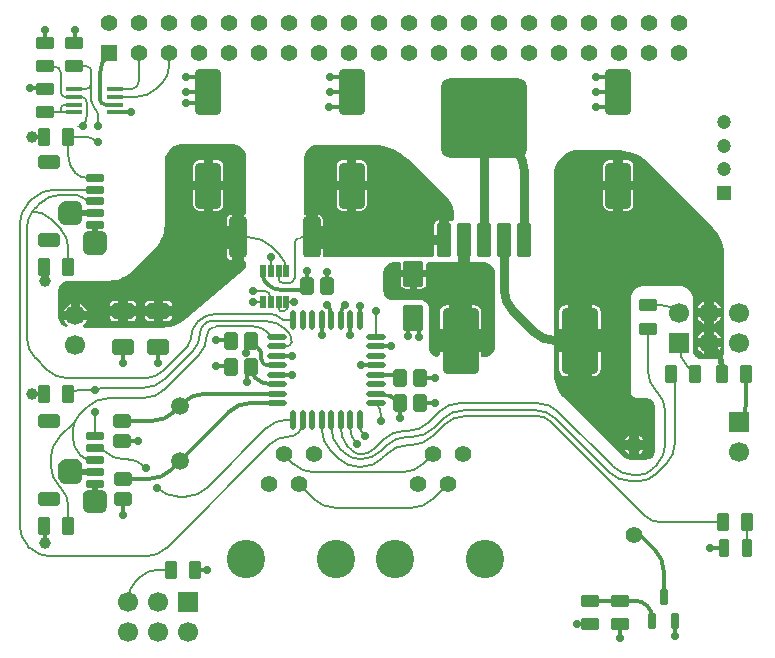
<source format=gtl>
G04 Layer_Physical_Order=1*
G04 Layer_Color=16776960*
%FSLAX43Y43*%
%MOMM*%
G71*
G01*
G75*
%ADD10C,0.300*%
%ADD11C,0.200*%
%ADD12C,0.200*%
%ADD13C,0.500*%
%ADD14C,0.750*%
%ADD15C,1.000*%
%ADD16C,0.300*%
G04:AMPARAMS|DCode=17|XSize=3.1mm|YSize=5.6mm|CornerRadius=0.388mm|HoleSize=0mm|Usage=FLASHONLY|Rotation=0.000|XOffset=0mm|YOffset=0mm|HoleType=Round|Shape=RoundedRectangle|*
%AMROUNDEDRECTD17*
21,1,3.100,4.825,0,0,0.0*
21,1,2.325,5.600,0,0,0.0*
1,1,0.775,1.163,-2.413*
1,1,0.775,-1.163,-2.413*
1,1,0.775,-1.163,2.413*
1,1,0.775,1.163,2.413*
%
%ADD17ROUNDEDRECTD17*%
G04:AMPARAMS|DCode=18|XSize=1.21mm|YSize=1.46mm|CornerRadius=0.151mm|HoleSize=0mm|Usage=FLASHONLY|Rotation=180.000|XOffset=0mm|YOffset=0mm|HoleType=Round|Shape=RoundedRectangle|*
%AMROUNDEDRECTD18*
21,1,1.210,1.157,0,0,180.0*
21,1,0.907,1.460,0,0,180.0*
1,1,0.302,-0.454,0.579*
1,1,0.302,0.454,0.579*
1,1,0.302,0.454,-0.579*
1,1,0.302,-0.454,-0.579*
%
%ADD18ROUNDEDRECTD18*%
G04:AMPARAMS|DCode=19|XSize=1.53mm|YSize=1.02mm|CornerRadius=0.128mm|HoleSize=0mm|Usage=FLASHONLY|Rotation=90.000|XOffset=0mm|YOffset=0mm|HoleType=Round|Shape=RoundedRectangle|*
%AMROUNDEDRECTD19*
21,1,1.530,0.765,0,0,90.0*
21,1,1.275,1.020,0,0,90.0*
1,1,0.255,0.383,0.637*
1,1,0.255,0.383,-0.637*
1,1,0.255,-0.383,-0.637*
1,1,0.255,-0.383,0.637*
%
%ADD19ROUNDEDRECTD19*%
G04:AMPARAMS|DCode=20|XSize=0.91mm|YSize=1.46mm|CornerRadius=0.114mm|HoleSize=0mm|Usage=FLASHONLY|Rotation=0.000|XOffset=0mm|YOffset=0mm|HoleType=Round|Shape=RoundedRectangle|*
%AMROUNDEDRECTD20*
21,1,0.910,1.232,0,0,0.0*
21,1,0.682,1.460,0,0,0.0*
1,1,0.228,0.341,-0.616*
1,1,0.228,-0.341,-0.616*
1,1,0.228,-0.341,0.616*
1,1,0.228,0.341,0.616*
%
%ADD20ROUNDEDRECTD20*%
G04:AMPARAMS|DCode=21|XSize=1.2mm|YSize=1.8mm|CornerRadius=0.15mm|HoleSize=0mm|Usage=FLASHONLY|Rotation=270.000|XOffset=0mm|YOffset=0mm|HoleType=Round|Shape=RoundedRectangle|*
%AMROUNDEDRECTD21*
21,1,1.200,1.500,0,0,270.0*
21,1,0.900,1.800,0,0,270.0*
1,1,0.300,-0.750,-0.450*
1,1,0.300,-0.750,0.450*
1,1,0.300,0.750,0.450*
1,1,0.300,0.750,-0.450*
%
%ADD21ROUNDEDRECTD21*%
G04:AMPARAMS|DCode=22|XSize=0.6mm|YSize=1.55mm|CornerRadius=0.075mm|HoleSize=0mm|Usage=FLASHONLY|Rotation=270.000|XOffset=0mm|YOffset=0mm|HoleType=Round|Shape=RoundedRectangle|*
%AMROUNDEDRECTD22*
21,1,0.600,1.400,0,0,270.0*
21,1,0.450,1.550,0,0,270.0*
1,1,0.150,-0.700,-0.225*
1,1,0.150,-0.700,0.225*
1,1,0.150,0.700,0.225*
1,1,0.150,0.700,-0.225*
%
%ADD22ROUNDEDRECTD22*%
G04:AMPARAMS|DCode=23|XSize=1.53mm|YSize=1.02mm|CornerRadius=0.128mm|HoleSize=0mm|Usage=FLASHONLY|Rotation=180.000|XOffset=0mm|YOffset=0mm|HoleType=Round|Shape=RoundedRectangle|*
%AMROUNDEDRECTD23*
21,1,1.530,0.765,0,0,180.0*
21,1,1.275,1.020,0,0,180.0*
1,1,0.255,-0.637,0.383*
1,1,0.255,0.637,0.383*
1,1,0.255,0.637,-0.383*
1,1,0.255,-0.637,-0.383*
%
%ADD23ROUNDEDRECTD23*%
G04:AMPARAMS|DCode=24|XSize=1.74mm|YSize=2.17mm|CornerRadius=0.217mm|HoleSize=0mm|Usage=FLASHONLY|Rotation=0.000|XOffset=0mm|YOffset=0mm|HoleType=Round|Shape=RoundedRectangle|*
%AMROUNDEDRECTD24*
21,1,1.740,1.735,0,0,0.0*
21,1,1.305,2.170,0,0,0.0*
1,1,0.435,0.652,-0.868*
1,1,0.435,-0.652,-0.868*
1,1,0.435,-0.652,0.868*
1,1,0.435,0.652,0.868*
%
%ADD24ROUNDEDRECTD24*%
G04:AMPARAMS|DCode=25|XSize=1.19mm|YSize=2.96mm|CornerRadius=0.149mm|HoleSize=0mm|Usage=FLASHONLY|Rotation=0.000|XOffset=0mm|YOffset=0mm|HoleType=Round|Shape=RoundedRectangle|*
%AMROUNDEDRECTD25*
21,1,1.190,2.663,0,0,0.0*
21,1,0.892,2.960,0,0,0.0*
1,1,0.297,0.446,-1.331*
1,1,0.297,-0.446,-1.331*
1,1,0.297,-0.446,1.331*
1,1,0.297,0.446,1.331*
%
%ADD25ROUNDEDRECTD25*%
G04:AMPARAMS|DCode=26|XSize=7.28mm|YSize=6.84mm|CornerRadius=0.855mm|HoleSize=0mm|Usage=FLASHONLY|Rotation=180.000|XOffset=0mm|YOffset=0mm|HoleType=Round|Shape=RoundedRectangle|*
%AMROUNDEDRECTD26*
21,1,7.280,5.130,0,0,180.0*
21,1,5.570,6.840,0,0,180.0*
1,1,1.710,-2.785,2.565*
1,1,1.710,2.785,2.565*
1,1,1.710,2.785,-2.565*
1,1,1.710,-2.785,-2.565*
%
%ADD26ROUNDEDRECTD26*%
G04:AMPARAMS|DCode=27|XSize=0.4mm|YSize=1.32mm|CornerRadius=0.05mm|HoleSize=0mm|Usage=FLASHONLY|Rotation=270.000|XOffset=0mm|YOffset=0mm|HoleType=Round|Shape=RoundedRectangle|*
%AMROUNDEDRECTD27*
21,1,0.400,1.220,0,0,270.0*
21,1,0.300,1.320,0,0,270.0*
1,1,0.100,-0.610,-0.150*
1,1,0.100,-0.610,0.150*
1,1,0.100,0.610,0.150*
1,1,0.100,0.610,-0.150*
%
%ADD27ROUNDEDRECTD27*%
G04:AMPARAMS|DCode=28|XSize=1.28mm|YSize=1.87mm|CornerRadius=0.16mm|HoleSize=0mm|Usage=FLASHONLY|Rotation=90.000|XOffset=0mm|YOffset=0mm|HoleType=Round|Shape=RoundedRectangle|*
%AMROUNDEDRECTD28*
21,1,1.280,1.550,0,0,90.0*
21,1,0.960,1.870,0,0,90.0*
1,1,0.320,0.775,0.480*
1,1,0.320,0.775,-0.480*
1,1,0.320,-0.775,-0.480*
1,1,0.320,-0.775,0.480*
%
%ADD28ROUNDEDRECTD28*%
G04:AMPARAMS|DCode=29|XSize=0.61mm|YSize=1.35mm|CornerRadius=0.076mm|HoleSize=0mm|Usage=FLASHONLY|Rotation=180.000|XOffset=0mm|YOffset=0mm|HoleType=Round|Shape=RoundedRectangle|*
%AMROUNDEDRECTD29*
21,1,0.610,1.198,0,0,180.0*
21,1,0.458,1.350,0,0,180.0*
1,1,0.152,-0.229,0.599*
1,1,0.152,0.229,0.599*
1,1,0.152,0.229,-0.599*
1,1,0.152,-0.229,-0.599*
%
%ADD29ROUNDEDRECTD29*%
G04:AMPARAMS|DCode=30|XSize=0.45mm|YSize=1.1mm|CornerRadius=0.056mm|HoleSize=0mm|Usage=FLASHONLY|Rotation=0.000|XOffset=0mm|YOffset=0mm|HoleType=Round|Shape=RoundedRectangle|*
%AMROUNDEDRECTD30*
21,1,0.450,0.988,0,0,0.0*
21,1,0.338,1.100,0,0,0.0*
1,1,0.113,0.169,-0.494*
1,1,0.113,-0.169,-0.494*
1,1,0.113,-0.169,0.494*
1,1,0.113,0.169,0.494*
%
%ADD30ROUNDEDRECTD30*%
G04:AMPARAMS|DCode=31|XSize=2.12mm|YSize=3.86mm|CornerRadius=0.265mm|HoleSize=0mm|Usage=FLASHONLY|Rotation=180.000|XOffset=0mm|YOffset=0mm|HoleType=Round|Shape=RoundedRectangle|*
%AMROUNDEDRECTD31*
21,1,2.120,3.330,0,0,180.0*
21,1,1.590,3.860,0,0,180.0*
1,1,0.530,-0.795,1.665*
1,1,0.530,0.795,1.665*
1,1,0.530,0.795,-1.665*
1,1,0.530,-0.795,-1.665*
%
%ADD31ROUNDEDRECTD31*%
G04:AMPARAMS|DCode=32|XSize=1.45mm|YSize=3.43mm|CornerRadius=0.181mm|HoleSize=0mm|Usage=FLASHONLY|Rotation=0.000|XOffset=0mm|YOffset=0mm|HoleType=Round|Shape=RoundedRectangle|*
%AMROUNDEDRECTD32*
21,1,1.450,3.067,0,0,0.0*
21,1,1.087,3.430,0,0,0.0*
1,1,0.362,0.544,-1.534*
1,1,0.362,-0.544,-1.534*
1,1,0.362,-0.544,1.534*
1,1,0.362,0.544,1.534*
%
%ADD32ROUNDEDRECTD32*%
%ADD33O,1.650X0.550*%
%ADD34O,0.550X1.650*%
G04:AMPARAMS|DCode=35|XSize=1.21mm|YSize=1.46mm|CornerRadius=0.151mm|HoleSize=0mm|Usage=FLASHONLY|Rotation=90.000|XOffset=0mm|YOffset=0mm|HoleType=Round|Shape=RoundedRectangle|*
%AMROUNDEDRECTD35*
21,1,1.210,1.157,0,0,90.0*
21,1,0.907,1.460,0,0,90.0*
1,1,0.302,0.579,0.454*
1,1,0.302,0.579,-0.454*
1,1,0.302,-0.579,-0.454*
1,1,0.302,-0.579,0.454*
%
%ADD35ROUNDEDRECTD35*%
%ADD36C,1.700*%
%ADD37R,1.700X1.700*%
%ADD38C,1.398*%
%ADD39C,3.250*%
%ADD40C,1.400*%
%ADD41R,1.400X1.400*%
%ADD42C,1.200*%
%ADD43R,1.200X1.200*%
%ADD44R,1.700X1.700*%
%ADD45C,1.500*%
%ADD46C,0.700*%
%ADD47C,1.000*%
G36*
X32448Y33532D02*
X32900Y33532D01*
X32974Y33442D01*
Y32875D01*
X35131D01*
Y33332D01*
X35293Y33532D01*
X39956Y33532D01*
X39956Y33532D01*
X39956Y33532D01*
X39956D01*
X40141Y33516D01*
X40260Y33492D01*
X40450Y33413D01*
X40621Y33299D01*
X40767Y33154D01*
X40881Y32982D01*
X40960Y32792D01*
X41000Y32591D01*
X41000Y32488D01*
X41000Y26500D01*
X41000Y26500D01*
Y26402D01*
X40962Y26208D01*
X40886Y26026D01*
X40777Y25863D01*
X40637Y25723D01*
X40474Y25614D01*
X40292Y25538D01*
X40098Y25500D01*
X39812D01*
Y25900D01*
X36289D01*
Y25688D01*
X36279Y25635D01*
X36089Y25516D01*
X35997Y25534D01*
X35837Y25600D01*
X35692Y25697D01*
X35569Y25820D01*
X35473Y25964D01*
X35406Y26124D01*
X35373Y26295D01*
X35373Y29467D01*
X35373Y29660D01*
X35373Y29660D01*
X35360Y29788D01*
X35338Y29841D01*
X35338Y29841D01*
X35336Y29845D01*
X35332Y29855D01*
X35262Y30024D01*
X35081Y30205D01*
X34844Y30303D01*
X34716Y30316D01*
X32327Y30316D01*
X32327Y30316D01*
X32246D01*
X32086Y30348D01*
X31935Y30410D01*
X31800Y30501D01*
X31685Y30616D01*
X31594Y30751D01*
X31532Y30902D01*
X31500Y31061D01*
X31500Y32585D01*
X31520Y32776D01*
X31536Y32861D01*
X31608Y33033D01*
X31712Y33189D01*
X31843Y33321D01*
X31999Y33424D01*
X32171Y33496D01*
X32354Y33532D01*
X32448Y33532D01*
D02*
G37*
G36*
X51927Y42965D02*
X52278Y42895D01*
X52620Y42791D01*
X52950Y42655D01*
X53266Y42486D01*
X53563Y42287D01*
X53830Y42068D01*
X53956Y41944D01*
X53966Y41934D01*
X53966D01*
X53966Y41934D01*
X59334Y36566D01*
X59457Y36443D01*
X59676Y36176D01*
X59868Y35888D01*
X60032Y35583D01*
X60164Y35263D01*
X60265Y34932D01*
X60332Y34592D01*
X60365Y34262D01*
X60366Y34076D01*
Y34075D01*
X60366Y34075D01*
X60366Y34075D01*
X60366Y25862D01*
Y25750D01*
X60280Y25544D01*
X60122Y25386D01*
X59916Y25300D01*
X59804Y25300D01*
X58500Y25300D01*
X58421Y25300D01*
X58267Y25331D01*
X58121Y25391D01*
X57990Y25479D01*
X57879Y25590D01*
X57791Y25721D01*
X57731Y25867D01*
X57700Y26021D01*
X57700Y26100D01*
X57700Y30500D01*
X57695Y30598D01*
X57657Y30791D01*
X57582Y30973D01*
X57472Y31136D01*
X57333Y31275D01*
X57170Y31385D01*
X56988Y31460D01*
X56881Y31481D01*
X56795Y31498D01*
X56697Y31503D01*
X56697Y31503D01*
X56697Y31503D01*
X56697Y31503D01*
X53476Y31503D01*
X53380Y31498D01*
X53193Y31461D01*
X53016Y31388D01*
X52857Y31282D01*
X52721Y31146D01*
X52615Y30987D01*
X52542Y30810D01*
X52505Y30623D01*
X52500Y30527D01*
X52500D01*
X52500Y22500D01*
X52510Y22402D01*
X52584Y22222D01*
X52722Y22084D01*
X52902Y22010D01*
X53000Y22000D01*
X53800Y22000D01*
X53869Y22000D01*
X54004Y21973D01*
X54132Y21920D01*
X54246Y21844D01*
X54344Y21746D01*
X54420Y21632D01*
X54473Y21504D01*
X54477Y21484D01*
X54500Y21300D01*
Y21300D01*
X54500Y21300D01*
X54500Y21300D01*
Y17549D01*
X54500Y17476D01*
X54472Y17333D01*
X54416Y17198D01*
X54335Y17077D01*
X54232Y16974D01*
X54110Y16893D01*
X53976Y16837D01*
X53950Y16832D01*
X53760Y16808D01*
X52627Y16808D01*
X52498D01*
X52244Y16859D01*
X52004Y16958D01*
X51789Y17102D01*
X51697Y17194D01*
X46760Y22131D01*
X46579Y22312D01*
X46295Y22737D01*
X46100Y23209D01*
X46000Y23710D01*
X46000Y23966D01*
X46000Y36870D01*
X46000Y41023D01*
Y41218D01*
X46076Y41600D01*
X46225Y41959D01*
X46441Y42283D01*
X46717Y42559D01*
X47040Y42775D01*
X47400Y42924D01*
X47782Y43000D01*
X47977D01*
X47977Y43000D01*
X51393Y43000D01*
X51572Y43000D01*
X51927Y42965D01*
D02*
G37*
G36*
X4655Y38750D02*
X5262Y38750D01*
X5447Y38750D01*
D01*
X5633Y38718D01*
X5760Y38666D01*
X5916Y38510D01*
X6000Y38307D01*
X6000Y38197D01*
X6000Y37175D01*
X6000Y37175D01*
Y37073D01*
X5922Y36884D01*
X5777Y36740D01*
X5589Y36662D01*
X5487Y36662D01*
X4636Y36662D01*
X4636Y36662D01*
X4512D01*
X4283Y36757D01*
X4108Y36932D01*
X4013Y37161D01*
Y38108D01*
X4013Y38108D01*
X4013Y38108D01*
X4037Y38295D01*
X4110Y38472D01*
X4291Y38652D01*
X4527Y38750D01*
X4655Y38750D01*
D02*
G37*
G36*
X14486Y43500D02*
X18800Y43500D01*
Y43500D01*
X18908D01*
X19121Y43458D01*
X19321Y43375D01*
X19501Y43254D01*
X19654Y43101D01*
X19775Y42921D01*
X19858Y42721D01*
X19900Y42508D01*
Y42400D01*
X19900Y37668D01*
X19754Y37547D01*
X18666D01*
X18517Y37518D01*
X18391Y37434D01*
X18307Y37308D01*
X18278Y37159D01*
Y36625D01*
X19210D01*
Y34625D01*
X18278D01*
Y34091D01*
X18307Y33943D01*
X18391Y33816D01*
X18517Y33732D01*
X18666Y33703D01*
X19700D01*
X19900Y33573D01*
X19900Y33006D01*
X14871Y28790D01*
X14871Y28790D01*
X14758Y28695D01*
X14517Y28526D01*
X14261Y28378D01*
X13994Y28254D01*
X13717Y28153D01*
X13432Y28077D01*
X13141Y28026D01*
X12848Y28000D01*
X12700Y28000D01*
X6168Y28000D01*
X6100Y28200D01*
X6199Y28276D01*
X6367Y28495D01*
X6421Y28625D01*
X5450D01*
X4479D01*
X4533Y28495D01*
X4701Y28276D01*
X4790Y28208D01*
X4705Y28021D01*
X4637Y28035D01*
X4473Y28102D01*
X4326Y28201D01*
X4201Y28326D01*
X4102Y28474D01*
X4034Y28638D01*
X4000Y28811D01*
X4000Y28900D01*
X4000Y31125D01*
X4000Y31125D01*
X4021Y31316D01*
X4033Y31373D01*
X4097Y31528D01*
X4190Y31667D01*
X4308Y31785D01*
X4447Y31878D01*
X4602Y31942D01*
X4766Y31975D01*
X4850Y31975D01*
X8240Y31975D01*
X8385Y31979D01*
X8437Y31984D01*
X8674Y32007D01*
X8959Y32064D01*
X9237Y32148D01*
X9505Y32259D01*
X9761Y32396D01*
X10003Y32557D01*
X10227Y32741D01*
X10333Y32842D01*
X12111Y34621D01*
X12111Y34621D01*
X12111Y34621D01*
X12214Y34728D01*
X12238Y34758D01*
X12403Y34958D01*
X12568Y35206D01*
X12709Y35469D01*
X12823Y35744D01*
X12909Y36029D01*
X12967Y36321D01*
X12996Y36617D01*
X13000Y36766D01*
Y42014D01*
X13000Y42161D01*
X13057Y42448D01*
X13169Y42718D01*
X13332Y42961D01*
X13539Y43168D01*
X13782Y43331D01*
X14052Y43443D01*
X14339Y43500D01*
X14486Y43500D01*
D02*
G37*
G36*
X7910Y36066D02*
X8066Y35910D01*
X8118Y35784D01*
X8150Y35597D01*
X8150Y35597D01*
X8150Y35597D01*
X8150Y34805D01*
X8150Y34677D01*
X8052Y34441D01*
X7872Y34260D01*
X7636Y34163D01*
X7508Y34163D01*
X7508Y34163D01*
X6561Y34163D01*
X6332Y34258D01*
X6157Y34433D01*
X6088Y34598D01*
X6062Y34786D01*
X6062Y35637D01*
X6062Y35739D01*
X6140Y35927D01*
X6284Y36072D01*
X6473Y36150D01*
X6575D01*
Y36150D01*
X7597Y36150D01*
X7707Y36150D01*
X7910Y36066D01*
D02*
G37*
G36*
X5760Y16782D02*
X5916Y16626D01*
X6000Y16423D01*
X6000Y16313D01*
X6000Y15291D01*
X6000D01*
Y15189D01*
X5922Y15000D01*
X5777Y14856D01*
X5589Y14778D01*
X5487Y14778D01*
X4636Y14778D01*
X4512Y14778D01*
X4283Y14873D01*
X4108Y15048D01*
X4013Y15277D01*
Y15401D01*
Y16224D01*
X4013Y16351D01*
X4110Y16587D01*
X4291Y16768D01*
X4527Y16866D01*
X4655Y16866D01*
X5447Y16866D01*
Y16866D01*
X5557Y16866D01*
X5760Y16782D01*
D02*
G37*
G36*
X7910Y14182D02*
X8066Y14026D01*
X8118Y13900D01*
X8150Y13713D01*
X8150Y13713D01*
X8150Y13713D01*
X8150Y12921D01*
X8150Y12793D01*
X8052Y12557D01*
X7872Y12376D01*
X7636Y12279D01*
X7508Y12279D01*
X7508Y12279D01*
X6561Y12279D01*
X6332Y12373D01*
X6157Y12549D01*
X6088Y12714D01*
X6062Y12902D01*
X6062Y13753D01*
X6062Y13855D01*
X6140Y14043D01*
X6284Y14188D01*
X6473Y14266D01*
X6575D01*
Y14266D01*
X7597Y14266D01*
X7707Y14266D01*
X7910Y14182D01*
D02*
G37*
G36*
X30308Y43493D02*
X30562Y43493D01*
X31066Y43443D01*
X31564Y43344D01*
X32050Y43197D01*
X32518Y43003D01*
X32966Y42764D01*
X33388Y42482D01*
X33780Y42160D01*
X33959Y41981D01*
X33959Y41981D01*
X33959Y41981D01*
X36860Y39080D01*
X37012Y38928D01*
X37251Y38570D01*
X37416Y38172D01*
X37500Y37750D01*
X37500Y37535D01*
X37500Y37535D01*
X37500Y37535D01*
Y37106D01*
X37463Y37076D01*
X37300Y37017D01*
X37232Y37062D01*
X37096Y37089D01*
X37050D01*
Y35403D01*
X36650D01*
Y35003D01*
X35848D01*
Y34145D01*
X35700Y33945D01*
X26492Y33945D01*
X26372Y34091D01*
Y34625D01*
X25440D01*
Y36625D01*
X26372D01*
Y37159D01*
X26343Y37308D01*
X26259Y37434D01*
X26133Y37518D01*
X25984Y37547D01*
X24896D01*
X24800Y37626D01*
Y39080D01*
X24800Y42295D01*
Y42413D01*
X24846Y42645D01*
X24936Y42863D01*
X25067Y43059D01*
X25234Y43226D01*
X25431Y43357D01*
X25649Y43447D01*
X25880Y43493D01*
X25998Y43493D01*
X25998Y43493D01*
X30308Y43493D01*
D02*
G37*
%LPC*%
G36*
X37050Y29912D02*
X36888D01*
X36658Y29866D01*
X36464Y29736D01*
X36334Y29542D01*
X36289Y29312D01*
Y27900D01*
X37050D01*
Y29912D01*
D02*
G37*
G36*
X39213D02*
X39050D01*
Y27900D01*
X39812D01*
Y29312D01*
X39766Y29542D01*
X39636Y29736D01*
X39442Y29866D01*
X39213Y29912D01*
D02*
G37*
G36*
X35131Y32275D02*
X34353D01*
Y31281D01*
X34705D01*
X34868Y31314D01*
X35006Y31406D01*
X35098Y31544D01*
X35131Y31707D01*
Y32275D01*
D02*
G37*
G36*
X33752D02*
X32974D01*
Y31707D01*
X33007Y31544D01*
X33099Y31406D01*
X33237Y31314D01*
X33400Y31281D01*
X33752D01*
Y32275D01*
D02*
G37*
G36*
X47150Y29912D02*
X46988D01*
X46758Y29866D01*
X46564Y29736D01*
X46434Y29542D01*
X46389Y29312D01*
Y27900D01*
X47150D01*
Y29912D01*
D02*
G37*
G36*
X49313D02*
X49150D01*
Y27900D01*
X49912D01*
Y29312D01*
X49866Y29542D01*
X49736Y29736D01*
X49542Y29866D01*
X49313Y29912D01*
D02*
G37*
G36*
X58700Y28865D02*
X58129D01*
X58183Y28735D01*
X58351Y28516D01*
X58570Y28348D01*
X58700Y28294D01*
Y28865D01*
D02*
G37*
G36*
X60071D02*
X59500D01*
Y28294D01*
X59630Y28348D01*
X59849Y28516D01*
X60017Y28735D01*
X60071Y28865D01*
D02*
G37*
G36*
X59500Y27696D02*
Y27125D01*
X60071D01*
X60017Y27255D01*
X59849Y27474D01*
X59630Y27642D01*
X59500Y27696D01*
D02*
G37*
G36*
X52350Y17650D02*
X51942D01*
X51964Y17596D01*
X52108Y17408D01*
X52296Y17264D01*
X52350Y17242D01*
Y17650D01*
D02*
G37*
G36*
X58700Y26325D02*
X58129D01*
X58183Y26195D01*
X58351Y25976D01*
X58570Y25808D01*
X58700Y25754D01*
Y26325D01*
D02*
G37*
G36*
X49912Y25900D02*
X49150D01*
Y23888D01*
X49313D01*
X49542Y23934D01*
X49736Y24064D01*
X49866Y24258D01*
X49912Y24487D01*
Y25900D01*
D02*
G37*
G36*
X53558Y17650D02*
X53150D01*
Y17242D01*
X53204Y17264D01*
X53392Y17408D01*
X53536Y17596D01*
X53558Y17650D01*
D02*
G37*
G36*
X60071Y26325D02*
X59500D01*
Y25754D01*
X59630Y25808D01*
X59849Y25976D01*
X60017Y26195D01*
X60071Y26325D01*
D02*
G37*
G36*
X53150Y18858D02*
Y18450D01*
X53558D01*
X53536Y18504D01*
X53392Y18692D01*
X53204Y18836D01*
X53150Y18858D01*
D02*
G37*
G36*
X52350D02*
X52296Y18836D01*
X52108Y18692D01*
X51964Y18504D01*
X51942Y18450D01*
X52350D01*
Y18858D01*
D02*
G37*
G36*
X47150Y25900D02*
X46389D01*
Y24487D01*
X46434Y24258D01*
X46564Y24064D01*
X46758Y23934D01*
X46988Y23888D01*
X47150D01*
Y25900D01*
D02*
G37*
G36*
X58700Y27696D02*
X58570Y27642D01*
X58351Y27474D01*
X58183Y27255D01*
X58129Y27125D01*
X58700D01*
Y27696D01*
D02*
G37*
G36*
X51000Y39620D02*
X50131D01*
Y38355D01*
X50167Y38174D01*
X50270Y38020D01*
X50424Y37917D01*
X50605Y37881D01*
X51000D01*
Y39620D01*
D02*
G37*
G36*
X52669D02*
X51800D01*
Y37881D01*
X52195D01*
X52376Y37917D01*
X52530Y38020D01*
X52633Y38174D01*
X52669Y38355D01*
Y39620D01*
D02*
G37*
G36*
X51000Y42159D02*
X50605D01*
X50424Y42123D01*
X50270Y42020D01*
X50167Y41866D01*
X50131Y41685D01*
Y40420D01*
X51000D01*
Y42159D01*
D02*
G37*
G36*
X52195D02*
X51800D01*
Y40420D01*
X52669D01*
Y41685D01*
X52633Y41866D01*
X52530Y42020D01*
X52376Y42123D01*
X52195Y42159D01*
D02*
G37*
G36*
X59500Y30236D02*
Y29665D01*
X60071D01*
X60017Y29795D01*
X59849Y30014D01*
X59630Y30182D01*
X59500Y30236D01*
D02*
G37*
G36*
X58700D02*
X58570Y30182D01*
X58351Y30014D01*
X58183Y29795D01*
X58129Y29665D01*
X58700D01*
Y30236D01*
D02*
G37*
G36*
X10616Y28990D02*
X9874D01*
Y28543D01*
X10249D01*
X10389Y28571D01*
X10509Y28650D01*
X10588Y28769D01*
X10616Y28910D01*
Y28990D01*
D02*
G37*
G36*
X12074Y28990D02*
X11332D01*
Y28910D01*
X11360Y28769D01*
X11439Y28650D01*
X11559Y28571D01*
X11699Y28543D01*
X12074D01*
Y28990D01*
D02*
G37*
G36*
X9074Y28990D02*
X8332D01*
Y28910D01*
X8360Y28769D01*
X8439Y28650D01*
X8559Y28571D01*
X8699Y28543D01*
X9074D01*
Y28990D01*
D02*
G37*
G36*
X13616Y28990D02*
X12874D01*
Y28543D01*
X13249D01*
X13389Y28571D01*
X13509Y28650D01*
X13588Y28769D01*
X13616Y28910D01*
Y28990D01*
D02*
G37*
G36*
X17969Y39620D02*
X17100D01*
Y37881D01*
X17495D01*
X17676Y37917D01*
X17830Y38020D01*
X17933Y38174D01*
X17969Y38355D01*
Y39620D01*
D02*
G37*
G36*
X16300D02*
X15431D01*
Y38355D01*
X15467Y38174D01*
X15570Y38020D01*
X15724Y37917D01*
X15905Y37881D01*
X16300D01*
Y39620D01*
D02*
G37*
G36*
X17495Y42159D02*
X17100D01*
Y40420D01*
X17969D01*
Y41685D01*
X17933Y41866D01*
X17830Y42020D01*
X17676Y42123D01*
X17495Y42159D01*
D02*
G37*
G36*
X16300D02*
X15905D01*
X15724Y42123D01*
X15570Y42020D01*
X15467Y41866D01*
X15431Y41685D01*
Y40420D01*
X16300D01*
Y42159D01*
D02*
G37*
G36*
X9074Y30237D02*
X8699D01*
X8559Y30209D01*
X8439Y30129D01*
X8360Y30010D01*
X8332Y29870D01*
Y29790D01*
X9074D01*
Y30237D01*
D02*
G37*
G36*
X5050Y29996D02*
X4920Y29942D01*
X4701Y29774D01*
X4533Y29555D01*
X4479Y29425D01*
X5050D01*
Y29996D01*
D02*
G37*
G36*
X5850D02*
Y29425D01*
X6421D01*
X6367Y29555D01*
X6199Y29774D01*
X5980Y29942D01*
X5850Y29996D01*
D02*
G37*
G36*
X10249Y30237D02*
X9874D01*
Y29790D01*
X10616D01*
Y29870D01*
X10588Y30010D01*
X10509Y30129D01*
X10389Y30209D01*
X10249Y30237D01*
D02*
G37*
G36*
X12074D02*
X11699D01*
X11559Y30209D01*
X11439Y30129D01*
X11360Y30010D01*
X11332Y29870D01*
Y29790D01*
X12074D01*
Y30237D01*
D02*
G37*
G36*
X13249D02*
X12874D01*
Y29790D01*
X13616D01*
Y29870D01*
X13588Y30010D01*
X13509Y30129D01*
X13389Y30209D01*
X13249Y30237D01*
D02*
G37*
G36*
X30094Y39620D02*
X29225D01*
Y37881D01*
X29620D01*
X29801Y37917D01*
X29955Y38020D01*
X30058Y38174D01*
X30094Y38355D01*
Y39620D01*
D02*
G37*
G36*
X28425Y42159D02*
X28030D01*
X27849Y42123D01*
X27695Y42020D01*
X27592Y41866D01*
X27556Y41685D01*
Y40420D01*
X28425D01*
Y42159D01*
D02*
G37*
G36*
X29620D02*
X29225D01*
Y40420D01*
X30094D01*
Y41685D01*
X30058Y41866D01*
X29955Y42020D01*
X29801Y42123D01*
X29620Y42159D01*
D02*
G37*
G36*
X28425Y39620D02*
X27556D01*
Y38355D01*
X27592Y38174D01*
X27695Y38020D01*
X27849Y37917D01*
X28030Y37881D01*
X28425D01*
Y39620D01*
D02*
G37*
G36*
X36250Y37089D02*
X36204D01*
X36068Y37062D01*
X35952Y36985D01*
X35875Y36870D01*
X35848Y36734D01*
Y35803D01*
X36250D01*
Y37089D01*
D02*
G37*
%LPD*%
D10*
X27100Y29043D02*
G03*
X26745Y29900I-1212J0D01*
G01*
X28255D02*
G03*
X27900Y29043I857J-857D01*
G01*
X24367Y31200D02*
G03*
X25055Y31485I0J973D01*
G01*
X7500Y47375D02*
G03*
X8000Y46875I500J0D01*
G01*
X8244Y51166D02*
G03*
X7500Y49370I1796J-1796D01*
G01*
X32925Y21656D02*
G03*
X31129Y22400I-1796J-1796D01*
G01*
X32955Y23700D02*
G03*
X32231Y24000I-724J-724D01*
G01*
X55200Y5050D02*
G03*
X55250Y5000I50J0D01*
G01*
Y7398D02*
G03*
X54506Y9194I-2540J0D01*
G01*
X53869Y4430D02*
G03*
X52762Y4888I-1107J-1107D01*
G01*
X54300Y3389D02*
G03*
X53869Y4430I-1472J0D01*
G01*
X20750Y23700D02*
G03*
X21957Y23200I1207J1207D01*
G01*
X20295Y24700D02*
G03*
X20680Y23770I1316J0D01*
G01*
X20536Y24800D02*
G03*
X20295Y24700I0J-341D01*
G01*
X61600Y19997D02*
G03*
X62233Y21524I-1527J1527D01*
G01*
X11993Y20111D02*
G03*
X13789Y20855I0J2540D01*
G01*
X16386Y22400D02*
G03*
X14590Y21656I0J-2540D01*
G01*
X20236Y21600D02*
G03*
X18440Y20856I0J-2540D01*
G01*
X11725Y15193D02*
G03*
X13521Y15937I0J2540D01*
G01*
X21200Y25300D02*
G03*
X21700Y24800I500J0D01*
G01*
X21200Y25571D02*
G03*
X20900Y26295I-1024J0D01*
G01*
X21350Y32240D02*
G03*
X21474Y31907I512J0D01*
G01*
X21775Y31606D02*
G03*
X22754Y31200I979J979D01*
G01*
X27900Y28600D02*
Y29043D01*
X27100Y28600D02*
Y29043D01*
X29500Y28600D02*
Y29850D01*
X25055Y31575D02*
X25100Y31530D01*
X28700Y27350D02*
Y28600D01*
X47872Y2873D02*
X49045D01*
X49086Y2914D01*
X31151Y26400D02*
X32150D01*
X26300Y27350D02*
Y28600D01*
X17342Y26908D02*
X18597Y26908D01*
X17342Y24708D02*
X18597Y24708D01*
X8000Y46875D02*
X8770D01*
X7500Y47375D02*
Y49370D01*
X8244Y51166D02*
X8291Y51213D01*
X34517Y27230D02*
Y28730D01*
X33603Y27255D02*
X33603Y28712D01*
X34053Y28815D02*
X34077Y28790D01*
X34012Y28856D02*
X34053Y28815D01*
X9450Y26366D02*
X9474Y26390D01*
X9450Y25025D02*
Y26366D01*
X12450Y25000D02*
Y26366D01*
X12458Y26374D01*
X8770Y46225D02*
X10125D01*
X22500Y25600D02*
X23750D01*
X22500Y24000D02*
X23750D01*
X30900Y22400D02*
X31129D01*
X30900Y24000D02*
X32231D01*
X54300Y3000D02*
Y3166D01*
X49045Y4888D02*
X51545D01*
X34637Y23708D02*
X34645Y23700D01*
X34645Y23700D01*
X35900D01*
X34653Y21618D02*
X35908D01*
X55250Y5166D02*
Y7398D01*
X52750Y10950D02*
X54506Y9194D01*
X51545Y4888D02*
X52762D01*
X54300Y3166D02*
Y3389D01*
X51504Y2914D02*
X51545Y2873D01*
Y1700D02*
Y2873D01*
X56159Y3207D02*
X56200Y3166D01*
Y1870D02*
Y3166D01*
X60325Y9300D02*
X60366Y9341D01*
X59200Y9300D02*
X60325D01*
X29650Y24800D02*
X30900D01*
X14850Y47980D02*
X16700D01*
X14825Y46975D02*
X16675D01*
X14850Y49175D02*
X16700D01*
X49550Y47980D02*
X51400D01*
X49525Y46675D02*
X51375D01*
X49550Y49175D02*
X51400D01*
X26975Y47980D02*
X28825D01*
X26950Y46675D02*
X28800D01*
X26975Y49175D02*
X28825D01*
X21957Y23200D02*
X22500D01*
X20680Y23770D02*
X20750Y23700D01*
X2895Y52178D02*
Y53234D01*
X2850Y52133D02*
X2895Y52178D01*
X2826Y52108D02*
X2850Y52133D01*
X5370Y52178D02*
Y53234D01*
X5325Y52133D02*
X5370Y52178D01*
X5301Y52108D02*
X5325Y52133D01*
X2805Y48283D02*
X2850Y48237D01*
X2874Y48213D01*
X2805Y48283D02*
X2805Y48283D01*
X1600Y48283D02*
X2805D01*
X62233Y21524D02*
Y24050D01*
X32947Y20363D02*
X32947Y21618D01*
X15549Y7500D02*
X16605Y7500D01*
X25055Y31485D02*
X25100Y31530D01*
X25055Y31575D02*
Y32792D01*
X26745Y31485D02*
Y32702D01*
X16386Y22400D02*
X22500D01*
X14325Y16741D02*
X14325D01*
X9417Y18409D02*
X10757D01*
X9393Y18433D02*
X9417Y18409D01*
X9405Y20111D02*
X11993D01*
X13789Y20855D02*
X14325Y21391D01*
X14590Y21656D01*
X1761Y22342D02*
X2818Y22342D01*
X20236Y21600D02*
X22500D01*
X9458Y15193D02*
X11725D01*
X13521Y15937D02*
X14325Y16741D01*
X14325D02*
X18440Y20856D01*
X2818Y11225D02*
X2850Y11193D01*
Y9725D02*
Y11193D01*
X9458Y13503D02*
X9482Y13527D01*
X9458Y12163D02*
Y13503D01*
X2818Y33124D02*
X2850Y33091D01*
X1761Y44175D02*
X2818Y44175D01*
X2850Y31624D02*
Y31899D01*
Y33091D01*
X20000Y24413D02*
X20284Y24697D01*
X20000Y23400D02*
Y24413D01*
X21700Y24800D02*
X22500D01*
X21200Y25300D02*
Y25571D01*
X20295Y26900D02*
X20900Y26295D01*
X21350Y32240D02*
Y32759D01*
X21474Y31907D02*
X21474Y31907D01*
X21775Y31606D01*
X22754Y31200D02*
X24367D01*
X19900Y26505D02*
X20295Y26900D01*
X19900Y25863D02*
Y26505D01*
D11*
X22000Y30489D02*
G03*
X21810Y30948I-649J0D01*
G01*
D02*
G03*
X21443Y31100I-367J-367D01*
G01*
X7400Y45734D02*
G03*
X7000Y46700I-1366J0D01*
G01*
X5651Y45062D02*
G03*
X5651Y45063I-151J151D01*
G01*
X6400Y47100D02*
G03*
X5975Y47525I-425J0D01*
G01*
X6294Y48175D02*
G03*
X6800Y48681I0J506D01*
G01*
Y47183D02*
G03*
X7000Y46700I683J0D01*
G01*
X22700Y28856D02*
G03*
X21990Y29150I-710J-710D01*
G01*
X22700Y28856D02*
G03*
X23317Y28600I617J617D01*
G01*
X23325Y30134D02*
G03*
X23300Y30159I-25J0D01*
G01*
X23115Y29390D02*
G03*
X23325Y29600I0J210D01*
G01*
X22650Y29540D02*
G03*
X22800Y29390I150J0D01*
G01*
X17325Y29150D02*
G03*
X15835Y28532I0J-2108D01*
G01*
D02*
G03*
X15200Y27000I1532J-1532D01*
G01*
X23500Y18768D02*
G03*
X24700Y19968I0J1200D01*
G01*
X23500Y18768D02*
G03*
X21909Y18109I0J-2250D01*
G01*
X22019Y34881D02*
G03*
X20223Y35625I-1796J-1796D01*
G01*
X23300Y32759D02*
G03*
X22705Y34195I-2031J0D01*
G01*
X22650Y32125D02*
G03*
X23000Y31775I350J0D01*
G01*
X33933Y12750D02*
G03*
X35729Y13494I0J2540D01*
G01*
X25606D02*
G03*
X27402Y12750I1796J1796D01*
G01*
X33117Y15744D02*
G03*
X34913Y16488I0J2540D01*
G01*
X23882D02*
G03*
X25678Y15744I1796J1796D01*
G01*
X26300Y19379D02*
G03*
X27044Y17583I2540J0D01*
G01*
X45644Y20062D02*
G03*
X44586Y20500I-1058J-1058D01*
G01*
X38439D02*
G03*
X36643Y19756I0J-2540D01*
G01*
X33885Y18050D02*
G03*
X35681Y18794I0J2540D01*
G01*
X33602Y18050D02*
G03*
X31806Y17306I0J-2540D01*
G01*
X27683Y16944D02*
G03*
X29479Y16200I1796J1796D01*
G01*
X29648D02*
G03*
X31444Y16944I0J2540D01*
G01*
X46101Y20299D02*
G03*
X44408Y21000I-1693J-1693D01*
G01*
X38339D02*
G03*
X36543Y20256I0J-2540D01*
G01*
X33985Y18750D02*
G03*
X35781Y19494I0J2540D01*
G01*
X33576Y18750D02*
G03*
X31780Y18006I0J-2540D01*
G01*
X27100Y19552D02*
G03*
X27844Y17756I2540J0D01*
G01*
X29578Y16856D02*
G03*
X31374Y17600I0J2540D01*
G01*
X28155Y17445D02*
G03*
X29578Y16856I1423J1423D01*
G01*
X27900Y19573D02*
G03*
X28449Y17995I2540J0D01*
G01*
X29619Y17275D02*
G03*
X30738Y17738I0J1582D01*
G01*
X28852Y17592D02*
G03*
X29619Y17275I767J767D01*
G01*
X38030Y21600D02*
G03*
X36234Y20856I0J-2540D01*
G01*
X33576Y19250D02*
G03*
X35372Y19994I0J2540D01*
G01*
X33302Y19250D02*
G03*
X31506Y18506I0J-2540D01*
G01*
X53600Y12100D02*
G03*
X55049Y11500I1449J1449D01*
G01*
X13534Y7500D02*
G03*
X13261Y7387I0J-385D01*
G01*
X12490Y7500D02*
G03*
X10800Y6800I0J-2390D01*
G01*
X10637Y6637D02*
G03*
X9893Y4841I1796J-1796D01*
G01*
X29500Y19881D02*
G03*
X29955Y18782I1554J0D01*
G01*
X28700Y19548D02*
G03*
X29300Y18100I2048J0D01*
G01*
X31300Y20634D02*
G03*
X30900Y21600I-1366J0D01*
G01*
X23273Y27827D02*
G03*
X21477Y28571I-1796J-1796D01*
G01*
X23750Y26855D02*
G03*
X23400Y27700I-1195J0D01*
G01*
X23350Y26400D02*
G03*
X23750Y26800I0J400D01*
G01*
X21669Y27631D02*
G03*
X20536Y28100I-1133J-1133D01*
G01*
X21817Y27483D02*
G03*
X22500Y27200I683J683D01*
G01*
X10566Y47525D02*
G03*
X12362Y48269I0J2540D01*
G01*
X12774Y48681D02*
G03*
X13371Y50122I-1441J1441D01*
G01*
X10125Y48175D02*
G03*
X10831Y48881I0J706D01*
G01*
X62275Y9300D02*
G03*
X62308Y9378I-79J79D01*
G01*
X56560Y26450D02*
G03*
X57304Y24654I2540J0D01*
G01*
X56560Y29265D02*
G03*
X55009Y29907I-1551J-1551D01*
G01*
X6800Y49700D02*
G03*
X6383Y50118I-417J0D01*
G01*
X4100Y46223D02*
G03*
X4200Y46323I0J100D01*
G01*
X4575Y46875D02*
G03*
X4200Y46500I0J-375D01*
G01*
Y49600D02*
G03*
X3700Y50100I-500J0D01*
G01*
X4200Y47925D02*
G03*
X4600Y47525I400J0D01*
G01*
X5755Y46200D02*
G03*
X5780Y46225I0J25D01*
G01*
X55400Y20798D02*
G03*
X54656Y22594I-2540J0D01*
G01*
X53900Y24402D02*
G03*
X54644Y22606I2540J0D01*
G01*
X46344Y20856D02*
G03*
X44548Y21600I-1796J-1796D01*
G01*
X53077Y15500D02*
G03*
X54284Y16000I0J1707D01*
G01*
X50956Y16244D02*
G03*
X52752Y15500I1796J1796D01*
G01*
X54656Y16372D02*
G03*
X55400Y18168I-1796J1796D01*
G01*
X50656Y15744D02*
G03*
X52452Y15000I1796J1796D01*
G01*
X53151D02*
G03*
X54600Y15600I0J2049D01*
G01*
X55456Y16456D02*
G03*
X56200Y18252I-1796J1796D01*
G01*
X14970Y26445D02*
G03*
X15200Y27000I-555J555D01*
G01*
X3652Y39675D02*
G03*
X1856Y38931I0J-2540D01*
G01*
X23400Y20200D02*
G03*
X21604Y19456I0J-2540D01*
G01*
X5980Y39050D02*
G03*
X5497Y39250I-483J-483D01*
G01*
X4227D02*
G03*
X2431Y38506I0J-2540D01*
G01*
X2993Y24457D02*
G03*
X4789Y23713I1796J1796D01*
G01*
X11325Y23708D02*
G03*
X11478Y23713I0J2192D01*
G01*
D02*
G03*
X12875Y24350I-153J2187D01*
G01*
X5980Y39050D02*
G03*
X6885Y38675I905J905D01*
G01*
X15879Y25658D02*
G03*
X16559Y27300I-1642J1642D01*
G01*
X17359Y28100D02*
G03*
X16559Y27300I0J-800D01*
G01*
X8262Y22025D02*
G03*
X6466Y21281I0J-2540D01*
G01*
X5850Y17200D02*
G03*
X6838Y16791I988J988D01*
G01*
X15381Y26006D02*
G03*
X16000Y27500I-1494J1494D01*
G01*
X17071Y28571D02*
G03*
X16000Y27500I0J-1071D01*
G01*
X11223Y22900D02*
G03*
X13019Y23644I0J2540D01*
G01*
X11194Y22025D02*
G03*
X12990Y22769I0J2540D01*
G01*
X14787Y13691D02*
G03*
X16583Y14435I0J2540D01*
G01*
X8100Y17400D02*
G03*
X7156Y17791I-944J-944D01*
G01*
X5636Y22675D02*
G03*
X4832Y22342I0J-1136D01*
G01*
X7643Y22900D02*
G03*
X7100Y22675I0J-768D01*
G01*
X8100Y17400D02*
G03*
X9346Y16884I1246J1246D01*
G01*
X11433Y16150D02*
G03*
X9662Y16884I-1772J-1772D01*
G01*
X12365Y14435D02*
G03*
X14161Y13691I1796J1796D01*
G01*
X1556Y9369D02*
G03*
X3352Y8625I1796J1796D01*
G01*
X11373D02*
G03*
X13169Y9369I0J2540D01*
G01*
X4832Y12923D02*
G03*
X4200Y14450I-2159J0D01*
G01*
X3352Y16350D02*
G03*
X4096Y14554I2540J0D01*
G01*
Y18729D02*
G03*
X3352Y16933I1796J-1796D01*
G01*
X5225Y18709D02*
G03*
X5850Y17200I2134J0D01*
G01*
X5760Y20575D02*
G03*
X5375Y20008I1292J-1292D01*
G01*
D02*
G03*
X5225Y19283I1677J-725D01*
G01*
X4832Y34798D02*
G03*
X4190Y36350I-2194J0D01*
G01*
X3339Y37201D02*
G03*
X1806Y37836I-1532J-1532D01*
G01*
X2069Y38144D02*
G03*
X1806Y37836I1796J-1796D01*
G01*
X725Y11252D02*
G03*
X1469Y9456I2540J0D01*
G01*
Y38544D02*
G03*
X725Y36748I1796J-1796D01*
G01*
X1325Y27177D02*
G03*
X2069Y25381I2540J0D01*
G01*
X1806Y37836D02*
G03*
X1325Y36348I2059J-1488D01*
G01*
X4832Y42559D02*
G03*
X5447Y41075I2098J0D01*
G01*
D02*
G03*
X6413Y40675I966J966D01*
G01*
X6051Y45062D02*
G03*
X6400Y45905I-843J843D01*
G01*
X7325Y43700D02*
G03*
X6178Y44175I-1147J-1147D01*
G01*
X24525Y35625D02*
G03*
X24000Y35100I0J-525D01*
G01*
X23575Y31775D02*
G03*
X24000Y32200I0J425D01*
G01*
X24350Y14750D02*
X25606Y13494D01*
X20506Y31100D02*
X21443D01*
X7400Y45062D02*
Y45734D01*
X22000Y30159D02*
Y30489D01*
X6800Y48681D02*
Y49700D01*
Y47183D02*
Y48681D01*
X4600Y47525D02*
X5330D01*
X5975D01*
X23080Y17290D02*
X23882Y16488D01*
X20523Y30159D02*
X21350D01*
X17325Y29150D02*
X21990D01*
X23317Y28600D02*
X23900D01*
X23300Y30159D02*
X23980D01*
X23300Y30159D02*
X23300Y30159D01*
X23325Y29600D02*
Y30134D01*
X22800Y29390D02*
X23115D01*
X22650Y29540D02*
Y30159D01*
X24700Y19968D02*
Y20200D01*
X22019Y34881D02*
X22705Y34195D01*
X22650Y32125D02*
Y32759D01*
X23000Y31775D02*
X23575D01*
X30900Y27200D02*
Y29400D01*
Y27200D02*
X30900Y27200D01*
X31184D01*
X35729Y13494D02*
X36985Y14750D01*
X27402Y12750D02*
X33933D01*
X34913Y16488D02*
X35715Y17290D01*
X25678Y15744D02*
X33117D01*
X27044Y17583D02*
X27683Y16944D01*
X38439Y20500D02*
X44586D01*
X35681Y18794D02*
X36643Y19756D01*
X33602Y18050D02*
X33885D01*
X31444Y16944D02*
X31806Y17306D01*
X29479Y16200D02*
X29648D01*
X38339Y21000D02*
X44408D01*
X35781Y19494D02*
X36543Y20256D01*
X33576Y18750D02*
X33985D01*
X31374Y17600D02*
X31780Y18006D01*
X27844Y17756D02*
X28155Y17445D01*
X28449Y17995D02*
X28852Y17592D01*
X38030Y21600D02*
X44548D01*
X35372Y19994D02*
X36234Y20856D01*
X33302Y19250D02*
X33576D01*
X30738Y17738D02*
X31506Y18506D01*
X51400Y14300D02*
X53600Y12100D01*
X53600D01*
X13261Y7387D02*
X13261Y7387D01*
X12490Y7500D02*
X13534D01*
X10637Y6637D02*
X10800Y6800D01*
X9893Y4775D02*
Y4841D01*
X31300Y20100D02*
Y20634D01*
X28700Y19548D02*
Y20200D01*
X29500Y19881D02*
Y20200D01*
X23400D02*
X23900D01*
X23273Y27827D02*
X23400Y27700D01*
X17071Y28571D02*
X21477D01*
X23750Y26800D02*
Y26855D01*
X22500Y26400D02*
X23350D01*
X21669Y27631D02*
X21817Y27483D01*
X17359Y28100D02*
X20536D01*
X8770Y47525D02*
X10566D01*
X12362Y48269D02*
X12774Y48681D01*
X8770Y48175D02*
X10125D01*
X23900Y27918D02*
Y28600D01*
X62308Y9378D02*
Y11500D01*
X56560Y26450D02*
Y26725D01*
X57304Y24654D02*
X57908Y24050D01*
X53900Y29907D02*
X55009D01*
X13371Y50122D02*
Y51213D01*
X10831Y48881D02*
Y51213D01*
X5330Y48175D02*
X6294D01*
X5325Y50118D02*
X6383D01*
X2850Y46223D02*
X4100D01*
X4200Y46323D02*
Y46500D01*
X5330Y46875D02*
X5780D01*
X4575D02*
X5330D01*
X2850Y50100D02*
X3700D01*
X4200Y47925D02*
Y49600D01*
X2850Y50100D02*
Y50118D01*
X4100Y46223D02*
X5733D01*
X5755Y46200D01*
X27900Y19573D02*
Y20200D01*
X27100Y19552D02*
Y20200D01*
X54644Y22606D02*
X54656Y22594D01*
X53900Y24402D02*
Y27892D01*
X55893Y24050D02*
X56200Y23743D01*
X26300Y19379D02*
Y20200D01*
X30900Y26400D02*
X31151D01*
X46344Y20856D02*
X50956Y16244D01*
X55400Y18168D02*
Y20798D01*
X52752Y15500D02*
X53077D01*
X54284Y16000D02*
X54656Y16372D01*
X46101Y20299D02*
X50656Y15744D01*
X52452Y15000D02*
X53151D01*
X54600Y15600D02*
X55456Y16456D01*
X56200Y18252D02*
Y23743D01*
X51400Y14300D02*
Y14306D01*
X45644Y20062D02*
X51400Y14306D01*
X55049Y11500D02*
X60292D01*
X27900Y28600D02*
Y28857D01*
X24350Y14750D02*
X24456Y14856D01*
X12875Y24350D02*
X14970Y26445D01*
X1469Y38544D02*
X1856Y38931D01*
X3652Y39675D02*
X7075D01*
X4227Y39250D02*
X5497D01*
X2069Y38144D02*
X2431Y38506D01*
X2069Y25381D02*
X2993Y24457D01*
X4789Y23713D02*
X11478D01*
X6885Y38675D02*
X7075D01*
X14871Y24650D02*
X15879Y25658D01*
X14871Y24650D02*
Y24650D01*
X5760Y20575D02*
X6466Y21281D01*
X6838Y16791D02*
X7075D01*
X7075Y18791D02*
Y20850D01*
X7075Y20850D01*
X7075Y18791D02*
X7697D01*
X13019Y23644D02*
X15381Y26006D01*
X7643Y22900D02*
X11223D01*
X12990Y22769D02*
X14871Y24650D01*
X8262Y22025D02*
X11194D01*
X16583Y14435D02*
X21604Y19456D01*
X14161Y13691D02*
X14787D01*
X7075Y17791D02*
X7156D01*
X5636Y22675D02*
X7100D01*
X9346Y16884D02*
X9662D01*
X1469Y9456D02*
X1556Y9369D01*
X3352Y8625D02*
X11373D01*
X13169Y9369D02*
X21909Y18109D01*
X4832Y11225D02*
Y12923D01*
X4096Y14554D02*
X4200Y14450D01*
X3352Y16350D02*
Y16933D01*
X4096Y18729D02*
X5375Y20008D01*
X5375Y20008D01*
X5225Y18709D02*
Y19283D01*
X4832Y33124D02*
Y34798D01*
X3339Y37201D02*
X4190Y36350D01*
X725Y11252D02*
Y36748D01*
X1325Y27177D02*
Y36348D01*
X5651Y45062D02*
X5651Y45063D01*
X6413Y40675D02*
X7075D01*
X4832Y44175D02*
X6178D01*
X4832Y42559D02*
Y44175D01*
X6400Y45905D02*
Y47100D01*
X24000Y32200D02*
Y35100D01*
X24525Y35625D02*
X25440D01*
X19210Y35625D02*
X20223D01*
X22000Y32759D02*
X22019Y32778D01*
Y33943D01*
D12*
X13261Y7387D02*
D03*
D13*
X60217Y24555D02*
G03*
X59474Y26351I-2540J0D01*
G01*
X7075Y13691D02*
G03*
X7175Y13591I100J0D01*
G01*
X7075Y35575D02*
G03*
X7175Y35475I100J0D01*
G01*
X5325Y37775D02*
G03*
X5425Y37675I100J0D01*
G01*
X5325Y15891D02*
G03*
X5425Y15791I100J0D01*
G01*
X59100Y26725D02*
X59474Y26351D01*
X60217Y24050D02*
Y24555D01*
X7075Y14791D02*
X7075Y13141D01*
X7075Y36675D02*
X7075Y35025D01*
X5425Y37675D02*
X7075D01*
X5425Y15791D02*
X7075D01*
D14*
X41750Y31202D02*
G03*
X42494Y29406I2540J0D01*
G01*
X44256Y27644D02*
G03*
X46052Y26900I1796J1796D01*
G01*
X43450Y41265D02*
G03*
X42706Y43061I-2540J0D01*
G01*
X41750Y31202D02*
Y35403D01*
X42494Y29406D02*
X44256Y27644D01*
X46052Y26900D02*
X48150D01*
X43450Y35403D02*
Y41265D01*
X40050Y45718D02*
X42706Y43061D01*
X40050Y35403D02*
Y45718D01*
D15*
X25542Y38500D02*
G03*
X25440Y38398I0J-101D01*
G01*
X19400Y38295D02*
G03*
X19210Y38105I0J-190D01*
G01*
X38350Y31250D02*
Y35403D01*
X25440Y35625D02*
Y38398D01*
X19210Y35625D02*
Y38105D01*
Y33145D02*
Y35625D01*
D16*
X20900Y26295D02*
D03*
D17*
X38050Y26900D02*
D03*
X48150Y26900D02*
D03*
D18*
X34645Y21626D02*
D03*
X32955D02*
D03*
X18605Y26900D02*
D03*
X20295Y26900D02*
D03*
X26745Y31485D02*
D03*
X25055Y31485D02*
D03*
X20295Y24700D02*
D03*
X18605Y24700D02*
D03*
X34645Y23700D02*
D03*
X32955D02*
D03*
D19*
X62233Y24050D02*
D03*
X60217D02*
D03*
X62308Y11500D02*
D03*
X60292D02*
D03*
X15549Y7500D02*
D03*
X13534D02*
D03*
X2818Y22342D02*
D03*
X4832Y22342D02*
D03*
X2818Y11225D02*
D03*
X4832Y11225D02*
D03*
X2818Y33124D02*
D03*
X4832Y33124D02*
D03*
X2818Y44175D02*
D03*
X4832Y44175D02*
D03*
X57908Y24050D02*
D03*
X55893Y24050D02*
D03*
D20*
X62275Y9300D02*
D03*
X60325Y9300D02*
D03*
D21*
X3200Y35375D02*
D03*
Y41975D02*
D03*
Y13491D02*
D03*
Y20091D02*
D03*
D22*
X7075Y36675D02*
D03*
Y37675D02*
D03*
X7075Y38675D02*
D03*
X7075Y39675D02*
D03*
X7075Y40675D02*
D03*
X7075Y14791D02*
D03*
X7075Y15791D02*
D03*
X7075Y16791D02*
D03*
X7075Y17791D02*
D03*
X7075Y18791D02*
D03*
D23*
X53900Y29907D02*
D03*
X53900Y27892D02*
D03*
X51545Y2873D02*
D03*
Y4888D02*
D03*
X49045Y2873D02*
D03*
Y4888D02*
D03*
X5325Y50118D02*
D03*
Y52133D02*
D03*
X2850Y50118D02*
D03*
Y52133D02*
D03*
X2850Y46223D02*
D03*
X2850Y48237D02*
D03*
D24*
X34053Y32575D02*
D03*
X34053Y28815D02*
D03*
D25*
X36650Y35403D02*
D03*
X38350D02*
D03*
X43450D02*
D03*
X41750D02*
D03*
X40050D02*
D03*
D26*
Y45718D02*
D03*
D27*
X8770Y46225D02*
D03*
Y46875D02*
D03*
Y47525D02*
D03*
Y48175D02*
D03*
X5330Y46225D02*
D03*
Y46875D02*
D03*
Y47525D02*
D03*
Y48175D02*
D03*
D28*
X12474Y29390D02*
D03*
Y26390D02*
D03*
X9474Y29390D02*
D03*
X9474Y26390D02*
D03*
D29*
X54300Y3166D02*
D03*
X56200D02*
D03*
X55250Y5166D02*
D03*
D30*
X21350Y32759D02*
D03*
X21350Y30159D02*
D03*
X23300Y30159D02*
D03*
X22000Y30159D02*
D03*
Y32759D02*
D03*
X22650D02*
D03*
X23300Y32759D02*
D03*
X22650Y30159D02*
D03*
D31*
X51400Y40020D02*
D03*
X51400Y47980D02*
D03*
X28825Y40020D02*
D03*
Y47980D02*
D03*
X16700Y40020D02*
D03*
X16700Y47980D02*
D03*
D32*
X25440Y35625D02*
D03*
X19210Y35625D02*
D03*
D33*
X22500Y27200D02*
D03*
Y26400D02*
D03*
Y25600D02*
D03*
Y24800D02*
D03*
Y24000D02*
D03*
Y23200D02*
D03*
Y22400D02*
D03*
Y21600D02*
D03*
X30900D02*
D03*
Y22400D02*
D03*
Y23200D02*
D03*
Y24000D02*
D03*
Y24800D02*
D03*
Y25600D02*
D03*
Y26400D02*
D03*
Y27200D02*
D03*
D34*
X23900Y20200D02*
D03*
X24700D02*
D03*
X25500D02*
D03*
X26300D02*
D03*
X27100D02*
D03*
X27900D02*
D03*
X28700D02*
D03*
X29500D02*
D03*
Y28600D02*
D03*
X28700D02*
D03*
X27900D02*
D03*
X27100D02*
D03*
X26300D02*
D03*
X25500D02*
D03*
X24700D02*
D03*
X23900D02*
D03*
D35*
X9458Y13503D02*
D03*
Y15193D02*
D03*
X9405Y18421D02*
D03*
X9405Y20111D02*
D03*
D36*
X56560Y29265D02*
D03*
X59100Y29265D02*
D03*
X61640Y29265D02*
D03*
X61640Y26725D02*
D03*
X59100D02*
D03*
X5450Y29025D02*
D03*
Y26525D02*
D03*
X14973Y2235D02*
D03*
X12433Y2235D02*
D03*
X9893Y2235D02*
D03*
X9893Y4775D02*
D03*
X12433D02*
D03*
X61600Y17457D02*
D03*
D37*
X56560Y26725D02*
D03*
X14973Y4775D02*
D03*
D38*
X21810Y14750D02*
D03*
X23080Y17290D02*
D03*
X24350Y14750D02*
D03*
X25620Y17290D02*
D03*
X38255D02*
D03*
X36985Y14750D02*
D03*
X35715Y17290D02*
D03*
X34445Y14750D02*
D03*
D39*
X27525Y8400D02*
D03*
X19905D02*
D03*
X32540Y8400D02*
D03*
X40160Y8400D02*
D03*
D40*
X18451Y53753D02*
D03*
X20991D02*
D03*
X36231D02*
D03*
X33691D02*
D03*
X26071D02*
D03*
X23531D02*
D03*
X28611D02*
D03*
X31151D02*
D03*
X41311D02*
D03*
X38771D02*
D03*
X43851D02*
D03*
X46391D02*
D03*
X8291D02*
D03*
X10831D02*
D03*
X13371D02*
D03*
X15911D02*
D03*
X46391Y51213D02*
D03*
X43851D02*
D03*
X38771D02*
D03*
X41311D02*
D03*
X31151D02*
D03*
X28611D02*
D03*
X23531D02*
D03*
X26071D02*
D03*
X33691D02*
D03*
X36231D02*
D03*
X20991D02*
D03*
X13371D02*
D03*
X10831D02*
D03*
X15911D02*
D03*
X18451D02*
D03*
X51471D02*
D03*
X48931D02*
D03*
X54011D02*
D03*
X56551D02*
D03*
Y53753D02*
D03*
X54011D02*
D03*
X48931D02*
D03*
X51471D02*
D03*
X52750Y10450D02*
D03*
Y18050D02*
D03*
D41*
X8291Y51213D02*
D03*
D42*
X60400Y41400D02*
D03*
X60400Y43400D02*
D03*
X60400Y45400D02*
D03*
D43*
Y39400D02*
D03*
D44*
X61600Y19997D02*
D03*
D45*
X14325Y21391D02*
D03*
Y16741D02*
D03*
D46*
X28255Y29900D02*
D03*
X26745D02*
D03*
X20506Y31100D02*
D03*
X29500Y29850D02*
D03*
X7400Y45062D02*
D03*
X20523Y30159D02*
D03*
X23980Y30159D02*
D03*
X30900Y29400D02*
D03*
X28700Y27350D02*
D03*
X47872Y2873D02*
D03*
X32150Y26400D02*
D03*
X26300Y27350D02*
D03*
X31300Y20100D02*
D03*
X29300Y18100D02*
D03*
X29955Y18782D02*
D03*
X23750Y25600D02*
D03*
Y24000D02*
D03*
X17342Y26908D02*
D03*
Y24708D02*
D03*
X34517Y27230D02*
D03*
X9450Y25025D02*
D03*
X12450Y25000D02*
D03*
X10125Y46225D02*
D03*
X35900Y23700D02*
D03*
X35908Y21618D02*
D03*
X51545Y1700D02*
D03*
X56200Y1870D02*
D03*
X59200Y9300D02*
D03*
X29650Y24800D02*
D03*
X14850Y47980D02*
D03*
X14825Y46975D02*
D03*
X14850Y49175D02*
D03*
X33603Y27255D02*
D03*
X49550Y47980D02*
D03*
X49525Y46675D02*
D03*
X49550Y49175D02*
D03*
X26975Y47980D02*
D03*
X26950Y46675D02*
D03*
X26975Y49175D02*
D03*
X2895Y53234D02*
D03*
X5370D02*
D03*
X1600Y48283D02*
D03*
X32947Y20363D02*
D03*
X16605Y7500D02*
D03*
X25055Y32792D02*
D03*
X26745Y32702D02*
D03*
X6662Y13479D02*
D03*
X7575Y13491D02*
D03*
X7575Y12779D02*
D03*
X6662Y12766D02*
D03*
Y34651D02*
D03*
X7575Y34663D02*
D03*
X7575Y35375D02*
D03*
X6662Y35363D02*
D03*
X5213Y37262D02*
D03*
X5225Y38175D02*
D03*
X4513Y38175D02*
D03*
X4501Y37262D02*
D03*
X4501Y15378D02*
D03*
X4513Y16291D02*
D03*
X5225Y16291D02*
D03*
X5213Y15378D02*
D03*
X7075Y20850D02*
D03*
X7100Y22675D02*
D03*
X10757Y18409D02*
D03*
X12365Y14435D02*
D03*
X11433Y16150D02*
D03*
X9458Y12163D02*
D03*
X6051Y45062D02*
D03*
X7325Y43700D02*
D03*
X20000Y23400D02*
D03*
X22019Y33943D02*
D03*
X19900Y25863D02*
D03*
D47*
X51325Y33449D02*
D03*
X52409Y33449D02*
D03*
X46865Y36746D02*
D03*
Y35662D02*
D03*
Y34577D02*
D03*
Y33492D02*
D03*
X47970Y33509D02*
D03*
Y34593D02*
D03*
Y35678D02*
D03*
Y36762D02*
D03*
X52393Y34554D02*
D03*
X51308Y34554D02*
D03*
X51292Y35659D02*
D03*
X52377Y35659D02*
D03*
X49075Y36779D02*
D03*
Y35694D02*
D03*
Y34610D02*
D03*
Y33525D02*
D03*
X51276Y36764D02*
D03*
X52360Y36764D02*
D03*
X50180Y36795D02*
D03*
Y35710D02*
D03*
Y34626D02*
D03*
Y33541D02*
D03*
X42314Y45180D02*
D03*
X40810Y43779D02*
D03*
Y46548D02*
D03*
Y47933D02*
D03*
X39405Y47916D02*
D03*
Y46532D02*
D03*
X38000Y43746D02*
D03*
Y45131D02*
D03*
Y46515D02*
D03*
Y47900D02*
D03*
X42214Y47949D02*
D03*
Y46564D02*
D03*
X40810Y45163D02*
D03*
X39405Y45147D02*
D03*
Y43763D02*
D03*
X42314Y43795D02*
D03*
X30664Y35948D02*
D03*
Y37033D02*
D03*
X29560Y35932D02*
D03*
Y37016D02*
D03*
X28455Y37000D02*
D03*
Y35915D02*
D03*
X27350Y35899D02*
D03*
Y36984D02*
D03*
X26577Y41814D02*
D03*
X25493Y41814D02*
D03*
X26594Y40710D02*
D03*
X25509Y40710D02*
D03*
X25525Y39605D02*
D03*
X26610Y39605D02*
D03*
X26626Y38500D02*
D03*
X25542Y38500D02*
D03*
X30664Y34863D02*
D03*
X29560Y34847D02*
D03*
X28455Y34831D02*
D03*
X27350Y34815D02*
D03*
X1761Y22342D02*
D03*
X2850Y9725D02*
D03*
X2850Y31899D02*
D03*
X1761Y44175D02*
D03*
M02*

</source>
